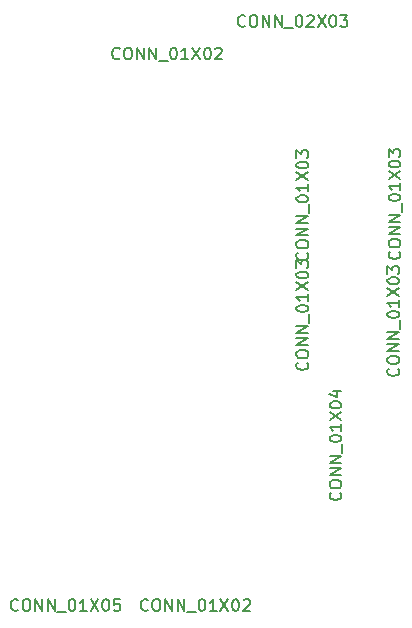
<source format=gbr>
G04 #@! TF.FileFunction,Other,Fab,Top*
%FSLAX46Y46*%
G04 Gerber Fmt 4.6, Leading zero omitted, Abs format (unit mm)*
G04 Created by KiCad (PCBNEW 4.0.4+dfsg1-stable) date Sun Feb  5 16:49:06 2017*
%MOMM*%
%LPD*%
G01*
G04 APERTURE LIST*
%ADD10C,0.100000*%
%ADD11C,0.150000*%
G04 APERTURE END LIST*
D10*
D11*
X17276191Y41642857D02*
X17228572Y41595238D01*
X17085715Y41547619D01*
X16990477Y41547619D01*
X16847619Y41595238D01*
X16752381Y41690476D01*
X16704762Y41785714D01*
X16657143Y41976190D01*
X16657143Y42119048D01*
X16704762Y42309524D01*
X16752381Y42404762D01*
X16847619Y42500000D01*
X16990477Y42547619D01*
X17085715Y42547619D01*
X17228572Y42500000D01*
X17276191Y42452381D01*
X17895238Y42547619D02*
X18085715Y42547619D01*
X18180953Y42500000D01*
X18276191Y42404762D01*
X18323810Y42214286D01*
X18323810Y41880952D01*
X18276191Y41690476D01*
X18180953Y41595238D01*
X18085715Y41547619D01*
X17895238Y41547619D01*
X17800000Y41595238D01*
X17704762Y41690476D01*
X17657143Y41880952D01*
X17657143Y42214286D01*
X17704762Y42404762D01*
X17800000Y42500000D01*
X17895238Y42547619D01*
X18752381Y41547619D02*
X18752381Y42547619D01*
X19323810Y41547619D01*
X19323810Y42547619D01*
X19800000Y41547619D02*
X19800000Y42547619D01*
X20371429Y41547619D01*
X20371429Y42547619D01*
X20609524Y41452381D02*
X21371429Y41452381D01*
X21800000Y42547619D02*
X21895239Y42547619D01*
X21990477Y42500000D01*
X22038096Y42452381D01*
X22085715Y42357143D01*
X22133334Y42166667D01*
X22133334Y41928571D01*
X22085715Y41738095D01*
X22038096Y41642857D01*
X21990477Y41595238D01*
X21895239Y41547619D01*
X21800000Y41547619D01*
X21704762Y41595238D01*
X21657143Y41642857D01*
X21609524Y41738095D01*
X21561905Y41928571D01*
X21561905Y42166667D01*
X21609524Y42357143D01*
X21657143Y42452381D01*
X21704762Y42500000D01*
X21800000Y42547619D01*
X23085715Y41547619D02*
X22514286Y41547619D01*
X22800000Y41547619D02*
X22800000Y42547619D01*
X22704762Y42404762D01*
X22609524Y42309524D01*
X22514286Y42261905D01*
X23419048Y42547619D02*
X24085715Y41547619D01*
X24085715Y42547619D02*
X23419048Y41547619D01*
X24657143Y42547619D02*
X24752382Y42547619D01*
X24847620Y42500000D01*
X24895239Y42452381D01*
X24942858Y42357143D01*
X24990477Y42166667D01*
X24990477Y41928571D01*
X24942858Y41738095D01*
X24895239Y41642857D01*
X24847620Y41595238D01*
X24752382Y41547619D01*
X24657143Y41547619D01*
X24561905Y41595238D01*
X24514286Y41642857D01*
X24466667Y41738095D01*
X24419048Y41928571D01*
X24419048Y42166667D01*
X24466667Y42357143D01*
X24514286Y42452381D01*
X24561905Y42500000D01*
X24657143Y42547619D01*
X25371429Y42452381D02*
X25419048Y42500000D01*
X25514286Y42547619D01*
X25752382Y42547619D01*
X25847620Y42500000D01*
X25895239Y42452381D01*
X25942858Y42357143D01*
X25942858Y42261905D01*
X25895239Y42119048D01*
X25323810Y41547619D01*
X25942858Y41547619D01*
X27901191Y44387857D02*
X27853572Y44340238D01*
X27710715Y44292619D01*
X27615477Y44292619D01*
X27472619Y44340238D01*
X27377381Y44435476D01*
X27329762Y44530714D01*
X27282143Y44721190D01*
X27282143Y44864048D01*
X27329762Y45054524D01*
X27377381Y45149762D01*
X27472619Y45245000D01*
X27615477Y45292619D01*
X27710715Y45292619D01*
X27853572Y45245000D01*
X27901191Y45197381D01*
X28520238Y45292619D02*
X28710715Y45292619D01*
X28805953Y45245000D01*
X28901191Y45149762D01*
X28948810Y44959286D01*
X28948810Y44625952D01*
X28901191Y44435476D01*
X28805953Y44340238D01*
X28710715Y44292619D01*
X28520238Y44292619D01*
X28425000Y44340238D01*
X28329762Y44435476D01*
X28282143Y44625952D01*
X28282143Y44959286D01*
X28329762Y45149762D01*
X28425000Y45245000D01*
X28520238Y45292619D01*
X29377381Y44292619D02*
X29377381Y45292619D01*
X29948810Y44292619D01*
X29948810Y45292619D01*
X30425000Y44292619D02*
X30425000Y45292619D01*
X30996429Y44292619D01*
X30996429Y45292619D01*
X31234524Y44197381D02*
X31996429Y44197381D01*
X32425000Y45292619D02*
X32520239Y45292619D01*
X32615477Y45245000D01*
X32663096Y45197381D01*
X32710715Y45102143D01*
X32758334Y44911667D01*
X32758334Y44673571D01*
X32710715Y44483095D01*
X32663096Y44387857D01*
X32615477Y44340238D01*
X32520239Y44292619D01*
X32425000Y44292619D01*
X32329762Y44340238D01*
X32282143Y44387857D01*
X32234524Y44483095D01*
X32186905Y44673571D01*
X32186905Y44911667D01*
X32234524Y45102143D01*
X32282143Y45197381D01*
X32329762Y45245000D01*
X32425000Y45292619D01*
X33139286Y45197381D02*
X33186905Y45245000D01*
X33282143Y45292619D01*
X33520239Y45292619D01*
X33615477Y45245000D01*
X33663096Y45197381D01*
X33710715Y45102143D01*
X33710715Y45006905D01*
X33663096Y44864048D01*
X33091667Y44292619D01*
X33710715Y44292619D01*
X34044048Y45292619D02*
X34710715Y44292619D01*
X34710715Y45292619D02*
X34044048Y44292619D01*
X35282143Y45292619D02*
X35377382Y45292619D01*
X35472620Y45245000D01*
X35520239Y45197381D01*
X35567858Y45102143D01*
X35615477Y44911667D01*
X35615477Y44673571D01*
X35567858Y44483095D01*
X35520239Y44387857D01*
X35472620Y44340238D01*
X35377382Y44292619D01*
X35282143Y44292619D01*
X35186905Y44340238D01*
X35139286Y44387857D01*
X35091667Y44483095D01*
X35044048Y44673571D01*
X35044048Y44911667D01*
X35091667Y45102143D01*
X35139286Y45197381D01*
X35186905Y45245000D01*
X35282143Y45292619D01*
X35948810Y45292619D02*
X36567858Y45292619D01*
X36234524Y44911667D01*
X36377382Y44911667D01*
X36472620Y44864048D01*
X36520239Y44816429D01*
X36567858Y44721190D01*
X36567858Y44483095D01*
X36520239Y44387857D01*
X36472620Y44340238D01*
X36377382Y44292619D01*
X36091667Y44292619D01*
X35996429Y44340238D01*
X35948810Y44387857D01*
X33157143Y15876191D02*
X33204762Y15828572D01*
X33252381Y15685715D01*
X33252381Y15590477D01*
X33204762Y15447619D01*
X33109524Y15352381D01*
X33014286Y15304762D01*
X32823810Y15257143D01*
X32680952Y15257143D01*
X32490476Y15304762D01*
X32395238Y15352381D01*
X32300000Y15447619D01*
X32252381Y15590477D01*
X32252381Y15685715D01*
X32300000Y15828572D01*
X32347619Y15876191D01*
X32252381Y16495238D02*
X32252381Y16685715D01*
X32300000Y16780953D01*
X32395238Y16876191D01*
X32585714Y16923810D01*
X32919048Y16923810D01*
X33109524Y16876191D01*
X33204762Y16780953D01*
X33252381Y16685715D01*
X33252381Y16495238D01*
X33204762Y16400000D01*
X33109524Y16304762D01*
X32919048Y16257143D01*
X32585714Y16257143D01*
X32395238Y16304762D01*
X32300000Y16400000D01*
X32252381Y16495238D01*
X33252381Y17352381D02*
X32252381Y17352381D01*
X33252381Y17923810D01*
X32252381Y17923810D01*
X33252381Y18400000D02*
X32252381Y18400000D01*
X33252381Y18971429D01*
X32252381Y18971429D01*
X33347619Y19209524D02*
X33347619Y19971429D01*
X32252381Y20400000D02*
X32252381Y20495239D01*
X32300000Y20590477D01*
X32347619Y20638096D01*
X32442857Y20685715D01*
X32633333Y20733334D01*
X32871429Y20733334D01*
X33061905Y20685715D01*
X33157143Y20638096D01*
X33204762Y20590477D01*
X33252381Y20495239D01*
X33252381Y20400000D01*
X33204762Y20304762D01*
X33157143Y20257143D01*
X33061905Y20209524D01*
X32871429Y20161905D01*
X32633333Y20161905D01*
X32442857Y20209524D01*
X32347619Y20257143D01*
X32300000Y20304762D01*
X32252381Y20400000D01*
X33252381Y21685715D02*
X33252381Y21114286D01*
X33252381Y21400000D02*
X32252381Y21400000D01*
X32395238Y21304762D01*
X32490476Y21209524D01*
X32538095Y21114286D01*
X32252381Y22019048D02*
X33252381Y22685715D01*
X32252381Y22685715D02*
X33252381Y22019048D01*
X32252381Y23257143D02*
X32252381Y23352382D01*
X32300000Y23447620D01*
X32347619Y23495239D01*
X32442857Y23542858D01*
X32633333Y23590477D01*
X32871429Y23590477D01*
X33061905Y23542858D01*
X33157143Y23495239D01*
X33204762Y23447620D01*
X33252381Y23352382D01*
X33252381Y23257143D01*
X33204762Y23161905D01*
X33157143Y23114286D01*
X33061905Y23066667D01*
X32871429Y23019048D01*
X32633333Y23019048D01*
X32442857Y23066667D01*
X32347619Y23114286D01*
X32300000Y23161905D01*
X32252381Y23257143D01*
X32252381Y23923810D02*
X32252381Y24542858D01*
X32633333Y24209524D01*
X32633333Y24352382D01*
X32680952Y24447620D01*
X32728571Y24495239D01*
X32823810Y24542858D01*
X33061905Y24542858D01*
X33157143Y24495239D01*
X33204762Y24447620D01*
X33252381Y24352382D01*
X33252381Y24066667D01*
X33204762Y23971429D01*
X33157143Y23923810D01*
X40857143Y15376191D02*
X40904762Y15328572D01*
X40952381Y15185715D01*
X40952381Y15090477D01*
X40904762Y14947619D01*
X40809524Y14852381D01*
X40714286Y14804762D01*
X40523810Y14757143D01*
X40380952Y14757143D01*
X40190476Y14804762D01*
X40095238Y14852381D01*
X40000000Y14947619D01*
X39952381Y15090477D01*
X39952381Y15185715D01*
X40000000Y15328572D01*
X40047619Y15376191D01*
X39952381Y15995238D02*
X39952381Y16185715D01*
X40000000Y16280953D01*
X40095238Y16376191D01*
X40285714Y16423810D01*
X40619048Y16423810D01*
X40809524Y16376191D01*
X40904762Y16280953D01*
X40952381Y16185715D01*
X40952381Y15995238D01*
X40904762Y15900000D01*
X40809524Y15804762D01*
X40619048Y15757143D01*
X40285714Y15757143D01*
X40095238Y15804762D01*
X40000000Y15900000D01*
X39952381Y15995238D01*
X40952381Y16852381D02*
X39952381Y16852381D01*
X40952381Y17423810D01*
X39952381Y17423810D01*
X40952381Y17900000D02*
X39952381Y17900000D01*
X40952381Y18471429D01*
X39952381Y18471429D01*
X41047619Y18709524D02*
X41047619Y19471429D01*
X39952381Y19900000D02*
X39952381Y19995239D01*
X40000000Y20090477D01*
X40047619Y20138096D01*
X40142857Y20185715D01*
X40333333Y20233334D01*
X40571429Y20233334D01*
X40761905Y20185715D01*
X40857143Y20138096D01*
X40904762Y20090477D01*
X40952381Y19995239D01*
X40952381Y19900000D01*
X40904762Y19804762D01*
X40857143Y19757143D01*
X40761905Y19709524D01*
X40571429Y19661905D01*
X40333333Y19661905D01*
X40142857Y19709524D01*
X40047619Y19757143D01*
X40000000Y19804762D01*
X39952381Y19900000D01*
X40952381Y21185715D02*
X40952381Y20614286D01*
X40952381Y20900000D02*
X39952381Y20900000D01*
X40095238Y20804762D01*
X40190476Y20709524D01*
X40238095Y20614286D01*
X39952381Y21519048D02*
X40952381Y22185715D01*
X39952381Y22185715D02*
X40952381Y21519048D01*
X39952381Y22757143D02*
X39952381Y22852382D01*
X40000000Y22947620D01*
X40047619Y22995239D01*
X40142857Y23042858D01*
X40333333Y23090477D01*
X40571429Y23090477D01*
X40761905Y23042858D01*
X40857143Y22995239D01*
X40904762Y22947620D01*
X40952381Y22852382D01*
X40952381Y22757143D01*
X40904762Y22661905D01*
X40857143Y22614286D01*
X40761905Y22566667D01*
X40571429Y22519048D01*
X40333333Y22519048D01*
X40142857Y22566667D01*
X40047619Y22614286D01*
X40000000Y22661905D01*
X39952381Y22757143D01*
X39952381Y23423810D02*
X39952381Y24042858D01*
X40333333Y23709524D01*
X40333333Y23852382D01*
X40380952Y23947620D01*
X40428571Y23995239D01*
X40523810Y24042858D01*
X40761905Y24042858D01*
X40857143Y23995239D01*
X40904762Y23947620D01*
X40952381Y23852382D01*
X40952381Y23566667D01*
X40904762Y23471429D01*
X40857143Y23423810D01*
X33157143Y25176191D02*
X33204762Y25128572D01*
X33252381Y24985715D01*
X33252381Y24890477D01*
X33204762Y24747619D01*
X33109524Y24652381D01*
X33014286Y24604762D01*
X32823810Y24557143D01*
X32680952Y24557143D01*
X32490476Y24604762D01*
X32395238Y24652381D01*
X32300000Y24747619D01*
X32252381Y24890477D01*
X32252381Y24985715D01*
X32300000Y25128572D01*
X32347619Y25176191D01*
X32252381Y25795238D02*
X32252381Y25985715D01*
X32300000Y26080953D01*
X32395238Y26176191D01*
X32585714Y26223810D01*
X32919048Y26223810D01*
X33109524Y26176191D01*
X33204762Y26080953D01*
X33252381Y25985715D01*
X33252381Y25795238D01*
X33204762Y25700000D01*
X33109524Y25604762D01*
X32919048Y25557143D01*
X32585714Y25557143D01*
X32395238Y25604762D01*
X32300000Y25700000D01*
X32252381Y25795238D01*
X33252381Y26652381D02*
X32252381Y26652381D01*
X33252381Y27223810D01*
X32252381Y27223810D01*
X33252381Y27700000D02*
X32252381Y27700000D01*
X33252381Y28271429D01*
X32252381Y28271429D01*
X33347619Y28509524D02*
X33347619Y29271429D01*
X32252381Y29700000D02*
X32252381Y29795239D01*
X32300000Y29890477D01*
X32347619Y29938096D01*
X32442857Y29985715D01*
X32633333Y30033334D01*
X32871429Y30033334D01*
X33061905Y29985715D01*
X33157143Y29938096D01*
X33204762Y29890477D01*
X33252381Y29795239D01*
X33252381Y29700000D01*
X33204762Y29604762D01*
X33157143Y29557143D01*
X33061905Y29509524D01*
X32871429Y29461905D01*
X32633333Y29461905D01*
X32442857Y29509524D01*
X32347619Y29557143D01*
X32300000Y29604762D01*
X32252381Y29700000D01*
X33252381Y30985715D02*
X33252381Y30414286D01*
X33252381Y30700000D02*
X32252381Y30700000D01*
X32395238Y30604762D01*
X32490476Y30509524D01*
X32538095Y30414286D01*
X32252381Y31319048D02*
X33252381Y31985715D01*
X32252381Y31985715D02*
X33252381Y31319048D01*
X32252381Y32557143D02*
X32252381Y32652382D01*
X32300000Y32747620D01*
X32347619Y32795239D01*
X32442857Y32842858D01*
X32633333Y32890477D01*
X32871429Y32890477D01*
X33061905Y32842858D01*
X33157143Y32795239D01*
X33204762Y32747620D01*
X33252381Y32652382D01*
X33252381Y32557143D01*
X33204762Y32461905D01*
X33157143Y32414286D01*
X33061905Y32366667D01*
X32871429Y32319048D01*
X32633333Y32319048D01*
X32442857Y32366667D01*
X32347619Y32414286D01*
X32300000Y32461905D01*
X32252381Y32557143D01*
X32252381Y33223810D02*
X32252381Y33842858D01*
X32633333Y33509524D01*
X32633333Y33652382D01*
X32680952Y33747620D01*
X32728571Y33795239D01*
X32823810Y33842858D01*
X33061905Y33842858D01*
X33157143Y33795239D01*
X33204762Y33747620D01*
X33252381Y33652382D01*
X33252381Y33366667D01*
X33204762Y33271429D01*
X33157143Y33223810D01*
X40957143Y25276191D02*
X41004762Y25228572D01*
X41052381Y25085715D01*
X41052381Y24990477D01*
X41004762Y24847619D01*
X40909524Y24752381D01*
X40814286Y24704762D01*
X40623810Y24657143D01*
X40480952Y24657143D01*
X40290476Y24704762D01*
X40195238Y24752381D01*
X40100000Y24847619D01*
X40052381Y24990477D01*
X40052381Y25085715D01*
X40100000Y25228572D01*
X40147619Y25276191D01*
X40052381Y25895238D02*
X40052381Y26085715D01*
X40100000Y26180953D01*
X40195238Y26276191D01*
X40385714Y26323810D01*
X40719048Y26323810D01*
X40909524Y26276191D01*
X41004762Y26180953D01*
X41052381Y26085715D01*
X41052381Y25895238D01*
X41004762Y25800000D01*
X40909524Y25704762D01*
X40719048Y25657143D01*
X40385714Y25657143D01*
X40195238Y25704762D01*
X40100000Y25800000D01*
X40052381Y25895238D01*
X41052381Y26752381D02*
X40052381Y26752381D01*
X41052381Y27323810D01*
X40052381Y27323810D01*
X41052381Y27800000D02*
X40052381Y27800000D01*
X41052381Y28371429D01*
X40052381Y28371429D01*
X41147619Y28609524D02*
X41147619Y29371429D01*
X40052381Y29800000D02*
X40052381Y29895239D01*
X40100000Y29990477D01*
X40147619Y30038096D01*
X40242857Y30085715D01*
X40433333Y30133334D01*
X40671429Y30133334D01*
X40861905Y30085715D01*
X40957143Y30038096D01*
X41004762Y29990477D01*
X41052381Y29895239D01*
X41052381Y29800000D01*
X41004762Y29704762D01*
X40957143Y29657143D01*
X40861905Y29609524D01*
X40671429Y29561905D01*
X40433333Y29561905D01*
X40242857Y29609524D01*
X40147619Y29657143D01*
X40100000Y29704762D01*
X40052381Y29800000D01*
X41052381Y31085715D02*
X41052381Y30514286D01*
X41052381Y30800000D02*
X40052381Y30800000D01*
X40195238Y30704762D01*
X40290476Y30609524D01*
X40338095Y30514286D01*
X40052381Y31419048D02*
X41052381Y32085715D01*
X40052381Y32085715D02*
X41052381Y31419048D01*
X40052381Y32657143D02*
X40052381Y32752382D01*
X40100000Y32847620D01*
X40147619Y32895239D01*
X40242857Y32942858D01*
X40433333Y32990477D01*
X40671429Y32990477D01*
X40861905Y32942858D01*
X40957143Y32895239D01*
X41004762Y32847620D01*
X41052381Y32752382D01*
X41052381Y32657143D01*
X41004762Y32561905D01*
X40957143Y32514286D01*
X40861905Y32466667D01*
X40671429Y32419048D01*
X40433333Y32419048D01*
X40242857Y32466667D01*
X40147619Y32514286D01*
X40100000Y32561905D01*
X40052381Y32657143D01*
X40052381Y33323810D02*
X40052381Y33942858D01*
X40433333Y33609524D01*
X40433333Y33752382D01*
X40480952Y33847620D01*
X40528571Y33895239D01*
X40623810Y33942858D01*
X40861905Y33942858D01*
X40957143Y33895239D01*
X41004762Y33847620D01*
X41052381Y33752382D01*
X41052381Y33466667D01*
X41004762Y33371429D01*
X40957143Y33323810D01*
X19676191Y-5057143D02*
X19628572Y-5104762D01*
X19485715Y-5152381D01*
X19390477Y-5152381D01*
X19247619Y-5104762D01*
X19152381Y-5009524D01*
X19104762Y-4914286D01*
X19057143Y-4723810D01*
X19057143Y-4580952D01*
X19104762Y-4390476D01*
X19152381Y-4295238D01*
X19247619Y-4200000D01*
X19390477Y-4152381D01*
X19485715Y-4152381D01*
X19628572Y-4200000D01*
X19676191Y-4247619D01*
X20295238Y-4152381D02*
X20485715Y-4152381D01*
X20580953Y-4200000D01*
X20676191Y-4295238D01*
X20723810Y-4485714D01*
X20723810Y-4819048D01*
X20676191Y-5009524D01*
X20580953Y-5104762D01*
X20485715Y-5152381D01*
X20295238Y-5152381D01*
X20200000Y-5104762D01*
X20104762Y-5009524D01*
X20057143Y-4819048D01*
X20057143Y-4485714D01*
X20104762Y-4295238D01*
X20200000Y-4200000D01*
X20295238Y-4152381D01*
X21152381Y-5152381D02*
X21152381Y-4152381D01*
X21723810Y-5152381D01*
X21723810Y-4152381D01*
X22200000Y-5152381D02*
X22200000Y-4152381D01*
X22771429Y-5152381D01*
X22771429Y-4152381D01*
X23009524Y-5247619D02*
X23771429Y-5247619D01*
X24200000Y-4152381D02*
X24295239Y-4152381D01*
X24390477Y-4200000D01*
X24438096Y-4247619D01*
X24485715Y-4342857D01*
X24533334Y-4533333D01*
X24533334Y-4771429D01*
X24485715Y-4961905D01*
X24438096Y-5057143D01*
X24390477Y-5104762D01*
X24295239Y-5152381D01*
X24200000Y-5152381D01*
X24104762Y-5104762D01*
X24057143Y-5057143D01*
X24009524Y-4961905D01*
X23961905Y-4771429D01*
X23961905Y-4533333D01*
X24009524Y-4342857D01*
X24057143Y-4247619D01*
X24104762Y-4200000D01*
X24200000Y-4152381D01*
X25485715Y-5152381D02*
X24914286Y-5152381D01*
X25200000Y-5152381D02*
X25200000Y-4152381D01*
X25104762Y-4295238D01*
X25009524Y-4390476D01*
X24914286Y-4438095D01*
X25819048Y-4152381D02*
X26485715Y-5152381D01*
X26485715Y-4152381D02*
X25819048Y-5152381D01*
X27057143Y-4152381D02*
X27152382Y-4152381D01*
X27247620Y-4200000D01*
X27295239Y-4247619D01*
X27342858Y-4342857D01*
X27390477Y-4533333D01*
X27390477Y-4771429D01*
X27342858Y-4961905D01*
X27295239Y-5057143D01*
X27247620Y-5104762D01*
X27152382Y-5152381D01*
X27057143Y-5152381D01*
X26961905Y-5104762D01*
X26914286Y-5057143D01*
X26866667Y-4961905D01*
X26819048Y-4771429D01*
X26819048Y-4533333D01*
X26866667Y-4342857D01*
X26914286Y-4247619D01*
X26961905Y-4200000D01*
X27057143Y-4152381D01*
X27771429Y-4247619D02*
X27819048Y-4200000D01*
X27914286Y-4152381D01*
X28152382Y-4152381D01*
X28247620Y-4200000D01*
X28295239Y-4247619D01*
X28342858Y-4342857D01*
X28342858Y-4438095D01*
X28295239Y-4580952D01*
X27723810Y-5152381D01*
X28342858Y-5152381D01*
X8676191Y-5057143D02*
X8628572Y-5104762D01*
X8485715Y-5152381D01*
X8390477Y-5152381D01*
X8247619Y-5104762D01*
X8152381Y-5009524D01*
X8104762Y-4914286D01*
X8057143Y-4723810D01*
X8057143Y-4580952D01*
X8104762Y-4390476D01*
X8152381Y-4295238D01*
X8247619Y-4200000D01*
X8390477Y-4152381D01*
X8485715Y-4152381D01*
X8628572Y-4200000D01*
X8676191Y-4247619D01*
X9295238Y-4152381D02*
X9485715Y-4152381D01*
X9580953Y-4200000D01*
X9676191Y-4295238D01*
X9723810Y-4485714D01*
X9723810Y-4819048D01*
X9676191Y-5009524D01*
X9580953Y-5104762D01*
X9485715Y-5152381D01*
X9295238Y-5152381D01*
X9200000Y-5104762D01*
X9104762Y-5009524D01*
X9057143Y-4819048D01*
X9057143Y-4485714D01*
X9104762Y-4295238D01*
X9200000Y-4200000D01*
X9295238Y-4152381D01*
X10152381Y-5152381D02*
X10152381Y-4152381D01*
X10723810Y-5152381D01*
X10723810Y-4152381D01*
X11200000Y-5152381D02*
X11200000Y-4152381D01*
X11771429Y-5152381D01*
X11771429Y-4152381D01*
X12009524Y-5247619D02*
X12771429Y-5247619D01*
X13200000Y-4152381D02*
X13295239Y-4152381D01*
X13390477Y-4200000D01*
X13438096Y-4247619D01*
X13485715Y-4342857D01*
X13533334Y-4533333D01*
X13533334Y-4771429D01*
X13485715Y-4961905D01*
X13438096Y-5057143D01*
X13390477Y-5104762D01*
X13295239Y-5152381D01*
X13200000Y-5152381D01*
X13104762Y-5104762D01*
X13057143Y-5057143D01*
X13009524Y-4961905D01*
X12961905Y-4771429D01*
X12961905Y-4533333D01*
X13009524Y-4342857D01*
X13057143Y-4247619D01*
X13104762Y-4200000D01*
X13200000Y-4152381D01*
X14485715Y-5152381D02*
X13914286Y-5152381D01*
X14200000Y-5152381D02*
X14200000Y-4152381D01*
X14104762Y-4295238D01*
X14009524Y-4390476D01*
X13914286Y-4438095D01*
X14819048Y-4152381D02*
X15485715Y-5152381D01*
X15485715Y-4152381D02*
X14819048Y-5152381D01*
X16057143Y-4152381D02*
X16152382Y-4152381D01*
X16247620Y-4200000D01*
X16295239Y-4247619D01*
X16342858Y-4342857D01*
X16390477Y-4533333D01*
X16390477Y-4771429D01*
X16342858Y-4961905D01*
X16295239Y-5057143D01*
X16247620Y-5104762D01*
X16152382Y-5152381D01*
X16057143Y-5152381D01*
X15961905Y-5104762D01*
X15914286Y-5057143D01*
X15866667Y-4961905D01*
X15819048Y-4771429D01*
X15819048Y-4533333D01*
X15866667Y-4342857D01*
X15914286Y-4247619D01*
X15961905Y-4200000D01*
X16057143Y-4152381D01*
X17295239Y-4152381D02*
X16819048Y-4152381D01*
X16771429Y-4628571D01*
X16819048Y-4580952D01*
X16914286Y-4533333D01*
X17152382Y-4533333D01*
X17247620Y-4580952D01*
X17295239Y-4628571D01*
X17342858Y-4723810D01*
X17342858Y-4961905D01*
X17295239Y-5057143D01*
X17247620Y-5104762D01*
X17152382Y-5152381D01*
X16914286Y-5152381D01*
X16819048Y-5104762D01*
X16771429Y-5057143D01*
X35957143Y4876191D02*
X36004762Y4828572D01*
X36052381Y4685715D01*
X36052381Y4590477D01*
X36004762Y4447619D01*
X35909524Y4352381D01*
X35814286Y4304762D01*
X35623810Y4257143D01*
X35480952Y4257143D01*
X35290476Y4304762D01*
X35195238Y4352381D01*
X35100000Y4447619D01*
X35052381Y4590477D01*
X35052381Y4685715D01*
X35100000Y4828572D01*
X35147619Y4876191D01*
X35052381Y5495238D02*
X35052381Y5685715D01*
X35100000Y5780953D01*
X35195238Y5876191D01*
X35385714Y5923810D01*
X35719048Y5923810D01*
X35909524Y5876191D01*
X36004762Y5780953D01*
X36052381Y5685715D01*
X36052381Y5495238D01*
X36004762Y5400000D01*
X35909524Y5304762D01*
X35719048Y5257143D01*
X35385714Y5257143D01*
X35195238Y5304762D01*
X35100000Y5400000D01*
X35052381Y5495238D01*
X36052381Y6352381D02*
X35052381Y6352381D01*
X36052381Y6923810D01*
X35052381Y6923810D01*
X36052381Y7400000D02*
X35052381Y7400000D01*
X36052381Y7971429D01*
X35052381Y7971429D01*
X36147619Y8209524D02*
X36147619Y8971429D01*
X35052381Y9400000D02*
X35052381Y9495239D01*
X35100000Y9590477D01*
X35147619Y9638096D01*
X35242857Y9685715D01*
X35433333Y9733334D01*
X35671429Y9733334D01*
X35861905Y9685715D01*
X35957143Y9638096D01*
X36004762Y9590477D01*
X36052381Y9495239D01*
X36052381Y9400000D01*
X36004762Y9304762D01*
X35957143Y9257143D01*
X35861905Y9209524D01*
X35671429Y9161905D01*
X35433333Y9161905D01*
X35242857Y9209524D01*
X35147619Y9257143D01*
X35100000Y9304762D01*
X35052381Y9400000D01*
X36052381Y10685715D02*
X36052381Y10114286D01*
X36052381Y10400000D02*
X35052381Y10400000D01*
X35195238Y10304762D01*
X35290476Y10209524D01*
X35338095Y10114286D01*
X35052381Y11019048D02*
X36052381Y11685715D01*
X35052381Y11685715D02*
X36052381Y11019048D01*
X35052381Y12257143D02*
X35052381Y12352382D01*
X35100000Y12447620D01*
X35147619Y12495239D01*
X35242857Y12542858D01*
X35433333Y12590477D01*
X35671429Y12590477D01*
X35861905Y12542858D01*
X35957143Y12495239D01*
X36004762Y12447620D01*
X36052381Y12352382D01*
X36052381Y12257143D01*
X36004762Y12161905D01*
X35957143Y12114286D01*
X35861905Y12066667D01*
X35671429Y12019048D01*
X35433333Y12019048D01*
X35242857Y12066667D01*
X35147619Y12114286D01*
X35100000Y12161905D01*
X35052381Y12257143D01*
X35385714Y13447620D02*
X36052381Y13447620D01*
X35004762Y13209524D02*
X35719048Y12971429D01*
X35719048Y13590477D01*
M02*

</source>
